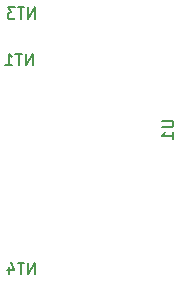
<source format=gbr>
%TF.GenerationSoftware,KiCad,Pcbnew,(6.0.6-0)*%
%TF.CreationDate,2022-08-03T19:16:28-07:00*%
%TF.ProjectId,sd_bt_streamer,73645f62-745f-4737-9472-65616d65722e,rev?*%
%TF.SameCoordinates,Original*%
%TF.FileFunction,Legend,Bot*%
%TF.FilePolarity,Positive*%
%FSLAX46Y46*%
G04 Gerber Fmt 4.6, Leading zero omitted, Abs format (unit mm)*
G04 Created by KiCad (PCBNEW (6.0.6-0)) date 2022-08-03 19:16:28*
%MOMM*%
%LPD*%
G01*
G04 APERTURE LIST*
%ADD10C,0.150000*%
G04 APERTURE END LIST*
D10*
%TO.C,U1*%
X191952380Y-80738095D02*
X192761904Y-80738095D01*
X192857142Y-80785714D01*
X192904761Y-80833333D01*
X192952380Y-80928571D01*
X192952380Y-81119047D01*
X192904761Y-81214285D01*
X192857142Y-81261904D01*
X192761904Y-81309523D01*
X191952380Y-81309523D01*
X192952380Y-82309523D02*
X192952380Y-81738095D01*
X192952380Y-82023809D02*
X191952380Y-82023809D01*
X192095238Y-81928571D01*
X192190476Y-81833333D01*
X192238095Y-81738095D01*
%TO.C,NT1*%
X181042857Y-76052380D02*
X181042857Y-75052380D01*
X180471428Y-76052380D01*
X180471428Y-75052380D01*
X180138095Y-75052380D02*
X179566666Y-75052380D01*
X179852380Y-76052380D02*
X179852380Y-75052380D01*
X178709523Y-76052380D02*
X179280952Y-76052380D01*
X178995238Y-76052380D02*
X178995238Y-75052380D01*
X179090476Y-75195238D01*
X179185714Y-75290476D01*
X179280952Y-75338095D01*
%TO.C,NT3*%
X181242857Y-72152380D02*
X181242857Y-71152380D01*
X180671428Y-72152380D01*
X180671428Y-71152380D01*
X180338095Y-71152380D02*
X179766666Y-71152380D01*
X180052380Y-72152380D02*
X180052380Y-71152380D01*
X179528571Y-71152380D02*
X178909523Y-71152380D01*
X179242857Y-71533333D01*
X179100000Y-71533333D01*
X179004761Y-71580952D01*
X178957142Y-71628571D01*
X178909523Y-71723809D01*
X178909523Y-71961904D01*
X178957142Y-72057142D01*
X179004761Y-72104761D01*
X179100000Y-72152380D01*
X179385714Y-72152380D01*
X179480952Y-72104761D01*
X179528571Y-72057142D01*
%TO.C,NT4*%
X181242857Y-93752380D02*
X181242857Y-92752380D01*
X180671428Y-93752380D01*
X180671428Y-92752380D01*
X180338095Y-92752380D02*
X179766666Y-92752380D01*
X180052380Y-93752380D02*
X180052380Y-92752380D01*
X179004761Y-93085714D02*
X179004761Y-93752380D01*
X179242857Y-92704761D02*
X179480952Y-93419047D01*
X178861904Y-93419047D01*
%TD*%
M02*

</source>
